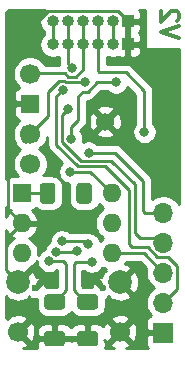
<source format=gbr>
%TF.GenerationSoftware,KiCad,Pcbnew,(5.1.9-0-10_14)*%
%TF.CreationDate,2021-04-20T11:58:30+01:00*%
%TF.ProjectId,Shelly,5368656c-6c79-42e6-9b69-6361645f7063,rev?*%
%TF.SameCoordinates,Original*%
%TF.FileFunction,Copper,L2,Bot*%
%TF.FilePolarity,Positive*%
%FSLAX46Y46*%
G04 Gerber Fmt 4.6, Leading zero omitted, Abs format (unit mm)*
G04 Created by KiCad (PCBNEW (5.1.9-0-10_14)) date 2021-04-20 11:58:30*
%MOMM*%
%LPD*%
G01*
G04 APERTURE LIST*
%TA.AperFunction,NonConductor*%
%ADD10C,0.300000*%
%TD*%
%TA.AperFunction,ComponentPad*%
%ADD11O,1.000000X1.000000*%
%TD*%
%TA.AperFunction,ComponentPad*%
%ADD12R,1.000000X1.000000*%
%TD*%
%TA.AperFunction,SMDPad,CuDef*%
%ADD13C,1.700000*%
%TD*%
%TA.AperFunction,ComponentPad*%
%ADD14R,1.524000X1.524000*%
%TD*%
%TA.AperFunction,ComponentPad*%
%ADD15O,1.600000X1.600000*%
%TD*%
%TA.AperFunction,ComponentPad*%
%ADD16R,1.600000X1.600000*%
%TD*%
%TA.AperFunction,ComponentPad*%
%ADD17C,1.700000*%
%TD*%
%TA.AperFunction,ComponentPad*%
%ADD18C,2.000000*%
%TD*%
%TA.AperFunction,ComponentPad*%
%ADD19C,0.600000*%
%TD*%
%TA.AperFunction,ComponentPad*%
%ADD20C,1.524000*%
%TD*%
%TA.AperFunction,ComponentPad*%
%ADD21O,1.700000X1.700000*%
%TD*%
%TA.AperFunction,ComponentPad*%
%ADD22R,1.700000X1.700000*%
%TD*%
%TA.AperFunction,ViaPad*%
%ADD23C,0.800000*%
%TD*%
%TA.AperFunction,Conductor*%
%ADD24C,0.250000*%
%TD*%
%TA.AperFunction,Conductor*%
%ADD25C,0.254000*%
%TD*%
%TA.AperFunction,Conductor*%
%ADD26C,0.100000*%
%TD*%
G04 APERTURE END LIST*
D10*
X185321428Y-62014285D02*
X183821428Y-61514285D01*
X185321428Y-61014285D01*
X185178571Y-60585714D02*
X185250000Y-60514285D01*
X185321428Y-60371428D01*
X185321428Y-60014285D01*
X185250000Y-59871428D01*
X185178571Y-59800000D01*
X185035714Y-59728571D01*
X184892857Y-59728571D01*
X184678571Y-59800000D01*
X183821428Y-60657142D01*
X183821428Y-59728571D01*
D11*
%TO.P,J3,6*%
%TO.N,TXD*%
X174650000Y-62600000D03*
%TO.P,J3,5*%
%TO.N,RXD*%
X175920000Y-62600000D03*
%TO.P,J3,4*%
%TO.N,+3V3*%
X177190000Y-62600000D03*
%TO.P,J3,3*%
%TO.N,RST*%
X178460000Y-62600000D03*
%TO.P,J3,2*%
%TO.N,GPIO0*%
X179730000Y-62600000D03*
D12*
%TO.P,J3,1*%
%TO.N,GND*%
X181000000Y-62600000D03*
%TD*%
D13*
%TO.P,M1,1*%
%TO.N,Net-(M1-Pad1)*%
X172730000Y-72700000D03*
%TO.P,M1,4*%
%TO.N,+3V3*%
X172730000Y-65080000D03*
D14*
%TO.P,M1,3*%
%TO.N,GND*%
X172730000Y-67620000D03*
D13*
%TO.P,M1,2*%
%TO.N,VBUS*%
X172730000Y-70160000D03*
%TD*%
D15*
%TO.P,U2,6*%
%TO.N,+3V3*%
X179620000Y-75200000D03*
%TO.P,U2,3*%
%TO.N,Net-(U2-Pad3)*%
X172000000Y-80280000D03*
%TO.P,U2,5*%
%TO.N,Net-(U2-Pad5)*%
X179620000Y-77740000D03*
%TO.P,U2,2*%
%TO.N,GND*%
X172000000Y-77740000D03*
%TO.P,U2,4*%
%TO.N,Net-(J1-Pad3)*%
X179620000Y-80280000D03*
D16*
%TO.P,U2,1*%
%TO.N,Net-(R6-Pad1)*%
X172000000Y-75200000D03*
%TD*%
%TO.P,R6,2*%
%TO.N,RST*%
%TA.AperFunction,SMDPad,CuDef*%
G36*
G01*
X176650000Y-75825000D02*
X176650000Y-74575000D01*
G75*
G02*
X176900000Y-74325000I250000J0D01*
G01*
X177700000Y-74325000D01*
G75*
G02*
X177950000Y-74575000I0J-250000D01*
G01*
X177950000Y-75825000D01*
G75*
G02*
X177700000Y-76075000I-250000J0D01*
G01*
X176900000Y-76075000D01*
G75*
G02*
X176650000Y-75825000I0J250000D01*
G01*
G37*
%TD.AperFunction*%
%TO.P,R6,1*%
%TO.N,Net-(R6-Pad1)*%
%TA.AperFunction,SMDPad,CuDef*%
G36*
G01*
X173550000Y-75825000D02*
X173550000Y-74575000D01*
G75*
G02*
X173800000Y-74325000I250000J0D01*
G01*
X174600000Y-74325000D01*
G75*
G02*
X174850000Y-74575000I0J-250000D01*
G01*
X174850000Y-75825000D01*
G75*
G02*
X174600000Y-76075000I-250000J0D01*
G01*
X173800000Y-76075000D01*
G75*
G02*
X173550000Y-75825000I0J250000D01*
G01*
G37*
%TD.AperFunction*%
%TD*%
D17*
%TO.P,J4,S1*%
%TO.N,GND*%
X180325000Y-86910000D03*
X171675000Y-86910000D03*
D18*
X180325000Y-82730000D03*
X171675000Y-82730000D03*
D19*
X178890000Y-83210000D03*
X173110000Y-83210000D03*
%TD*%
%TO.P,R1,2*%
%TO.N,GND*%
%TA.AperFunction,SMDPad,CuDef*%
G36*
G01*
X174175000Y-86850000D02*
X175425000Y-86850000D01*
G75*
G02*
X175675000Y-87100000I0J-250000D01*
G01*
X175675000Y-87900000D01*
G75*
G02*
X175425000Y-88150000I-250000J0D01*
G01*
X174175000Y-88150000D01*
G75*
G02*
X173925000Y-87900000I0J250000D01*
G01*
X173925000Y-87100000D01*
G75*
G02*
X174175000Y-86850000I250000J0D01*
G01*
G37*
%TD.AperFunction*%
%TO.P,R1,1*%
%TO.N,Net-(J4-PadA5)*%
%TA.AperFunction,SMDPad,CuDef*%
G36*
G01*
X174175000Y-83750000D02*
X175425000Y-83750000D01*
G75*
G02*
X175675000Y-84000000I0J-250000D01*
G01*
X175675000Y-84800000D01*
G75*
G02*
X175425000Y-85050000I-250000J0D01*
G01*
X174175000Y-85050000D01*
G75*
G02*
X173925000Y-84800000I0J250000D01*
G01*
X173925000Y-84000000D01*
G75*
G02*
X174175000Y-83750000I250000J0D01*
G01*
G37*
%TD.AperFunction*%
%TD*%
D20*
%TO.P,U1,21*%
%TO.N,GND*%
X179075000Y-69125000D03*
%TD*%
D11*
%TO.P,J2,6*%
%TO.N,TXD*%
X174650000Y-60630000D03*
%TO.P,J2,5*%
%TO.N,RXD*%
X175920000Y-60630000D03*
%TO.P,J2,4*%
%TO.N,+3V3*%
X177190000Y-60630000D03*
%TO.P,J2,3*%
%TO.N,RST*%
X178460000Y-60630000D03*
%TO.P,J2,2*%
%TO.N,GPIO0*%
X179730000Y-60630000D03*
D12*
%TO.P,J2,1*%
%TO.N,GND*%
X181000000Y-60630000D03*
%TD*%
D21*
%TO.P,J1,5*%
%TO.N,TXD*%
X184000000Y-76840000D03*
%TO.P,J1,4*%
%TO.N,RXD*%
X184000000Y-79380000D03*
%TO.P,J1,3*%
%TO.N,Net-(J1-Pad3)*%
X184000000Y-81920000D03*
%TO.P,J1,2*%
%TO.N,GPIO0*%
X184000000Y-84460000D03*
D22*
%TO.P,J1,1*%
%TO.N,GND*%
X184000000Y-87000000D03*
%TD*%
%TO.P,R2,2*%
%TO.N,Net-(J4-PadB5)*%
%TA.AperFunction,SMDPad,CuDef*%
G36*
G01*
X178225000Y-85050000D02*
X176975000Y-85050000D01*
G75*
G02*
X176725000Y-84800000I0J250000D01*
G01*
X176725000Y-84000000D01*
G75*
G02*
X176975000Y-83750000I250000J0D01*
G01*
X178225000Y-83750000D01*
G75*
G02*
X178475000Y-84000000I0J-250000D01*
G01*
X178475000Y-84800000D01*
G75*
G02*
X178225000Y-85050000I-250000J0D01*
G01*
G37*
%TD.AperFunction*%
%TO.P,R2,1*%
%TO.N,GND*%
%TA.AperFunction,SMDPad,CuDef*%
G36*
G01*
X178225000Y-88150000D02*
X176975000Y-88150000D01*
G75*
G02*
X176725000Y-87900000I0J250000D01*
G01*
X176725000Y-87100000D01*
G75*
G02*
X176975000Y-86850000I250000J0D01*
G01*
X178225000Y-86850000D01*
G75*
G02*
X178475000Y-87100000I0J-250000D01*
G01*
X178475000Y-87900000D01*
G75*
G02*
X178225000Y-88150000I-250000J0D01*
G01*
G37*
%TD.AperFunction*%
%TD*%
D23*
%TO.N,VBUS*%
X172400000Y-70600000D03*
X177414627Y-65760053D03*
%TO.N,RXD*%
X176262664Y-64600022D03*
X175925010Y-68023022D03*
%TO.N,+3V3*%
X172700000Y-65100000D03*
X176126430Y-73371832D03*
%TO.N,GPIO0*%
X175471626Y-66453105D03*
%TO.N,TXD*%
X177685520Y-71746810D03*
%TO.N,RST*%
X182400000Y-70000000D03*
X177300000Y-75200000D03*
%TO.N,Net-(C1-Pad1)*%
X176200000Y-70600000D03*
X180000000Y-65800000D03*
%TO.N,Net-(J4-PadA7)*%
X174944906Y-80143496D03*
X176720267Y-80115644D03*
%TO.N,Net-(J4-PadA6)*%
X175419742Y-79263409D03*
X177667839Y-79516597D03*
%TO.N,Net-(J4-PadA5)*%
X174325010Y-80928195D03*
%TO.N,Net-(J4-PadB5)*%
X177943454Y-80990780D03*
%TD*%
D24*
%TO.N,GND*%
X171254999Y-62803999D02*
X171254999Y-67454999D01*
X174253999Y-59804999D02*
X171254999Y-62803999D01*
X180174999Y-59804999D02*
X174253999Y-59804999D01*
X181000000Y-60630000D02*
X180174999Y-59804999D01*
X171420000Y-67620000D02*
X172730000Y-67620000D01*
X171254999Y-67454999D02*
X171420000Y-67620000D01*
X172730000Y-67620000D02*
X171380000Y-67620000D01*
X170874999Y-76614999D02*
X172000000Y-77740000D01*
X170874999Y-68125001D02*
X170874999Y-76614999D01*
X171380000Y-67620000D02*
X170874999Y-68125001D01*
X170675001Y-81730001D02*
X171675000Y-82730000D01*
X170675001Y-79064999D02*
X170675001Y-81730001D01*
X172000000Y-77740000D02*
X170675001Y-79064999D01*
%TO.N,VBUS*%
X172730000Y-70160000D02*
X174199978Y-68690022D01*
X174199978Y-68690022D02*
X174199978Y-66601698D01*
X174199978Y-66601698D02*
X175152559Y-65649117D01*
X175602344Y-65649117D02*
X175728262Y-65775035D01*
X175728262Y-65775035D02*
X177399645Y-65775035D01*
X177399645Y-65775035D02*
X177414627Y-65760053D01*
X175152559Y-65649117D02*
X175602344Y-65649117D01*
%TO.N,RXD*%
X175920000Y-60630000D02*
X175920000Y-62600000D01*
X175920000Y-64257358D02*
X176262664Y-64600022D01*
X175920000Y-62600000D02*
X175920000Y-64257358D01*
X183620000Y-79000000D02*
X184000000Y-79380000D01*
X182000000Y-79000000D02*
X183620000Y-79000000D01*
X181564402Y-74435598D02*
X181564402Y-78564402D01*
X175400000Y-70872781D02*
X176999029Y-72471810D01*
X181564402Y-78564402D02*
X182000000Y-79000000D01*
X175400000Y-68600000D02*
X175400000Y-70872781D01*
X175925010Y-68074990D02*
X175400000Y-68600000D01*
X179600614Y-72471810D02*
X181564402Y-74435598D01*
X176999029Y-72471810D02*
X179600614Y-72471810D01*
X175925010Y-68023022D02*
X175925010Y-68074990D01*
%TO.N,+3V3*%
X177791832Y-73371832D02*
X179620000Y-75200000D01*
X176126430Y-73371832D02*
X177791832Y-73371832D01*
X177190000Y-60630000D02*
X177190000Y-62600000D01*
X177190000Y-64708324D02*
X177190000Y-62600000D01*
X176573300Y-65325024D02*
X177190000Y-64708324D01*
X175914662Y-65325024D02*
X176573300Y-65325024D01*
X175644819Y-65055181D02*
X172754819Y-65055181D01*
X172754819Y-65055181D02*
X172730000Y-65080000D01*
X175644819Y-65055181D02*
X175914662Y-65325024D01*
%TO.N,GPIO0*%
X179730000Y-60630000D02*
X179730000Y-62600000D01*
X184000000Y-84460000D02*
X185175001Y-83284999D01*
X183495612Y-80555001D02*
X182670305Y-79729695D01*
X185175001Y-83284999D02*
X185175001Y-81355999D01*
X185175001Y-81355999D02*
X184374003Y-80555001D01*
X182670305Y-79729695D02*
X181329695Y-79729695D01*
X184374003Y-80555001D02*
X183495612Y-80555001D01*
X181081795Y-79481795D02*
X181081795Y-74918205D01*
X181329695Y-79729695D02*
X181081795Y-79481795D01*
X181081795Y-74918205D02*
X179085411Y-72921821D01*
X174949989Y-66974742D02*
X175471626Y-66453105D01*
X179085411Y-72921821D02*
X176785429Y-72921821D01*
X176785429Y-72921821D02*
X174949989Y-71086381D01*
X174949989Y-71086381D02*
X174949989Y-66974742D01*
%TO.N,TXD*%
X179873806Y-71746810D02*
X177685520Y-71746810D01*
X182263498Y-74136502D02*
X182263498Y-76663498D01*
X182263498Y-74136502D02*
X179873806Y-71746810D01*
X182440000Y-76840000D02*
X184000000Y-76840000D01*
X182263498Y-76663498D02*
X182440000Y-76840000D01*
X174650000Y-60630000D02*
X174650000Y-62600000D01*
%TO.N,RST*%
X178460000Y-60630000D02*
X178460000Y-62600000D01*
X182400000Y-70000000D02*
X182400000Y-66540000D01*
X178460000Y-62600000D02*
X178460000Y-64860000D01*
X178570000Y-64970000D02*
X180830000Y-64970000D01*
X178460000Y-64860000D02*
X178570000Y-64970000D01*
X182400000Y-66540000D02*
X180830000Y-64970000D01*
%TO.N,Net-(C1-Pad1)*%
X176200000Y-70600000D02*
X176200000Y-69600000D01*
X176800000Y-69000000D02*
X176800000Y-67000000D01*
X176200000Y-69600000D02*
X176800000Y-69000000D01*
X176800000Y-67000000D02*
X177200000Y-66600000D01*
X177200000Y-66600000D02*
X177600000Y-66600000D01*
X178400000Y-65800000D02*
X180000000Y-65800000D01*
X177600000Y-66600000D02*
X178400000Y-65800000D01*
%TO.N,Net-(J4-PadA7)*%
X174944906Y-80143496D02*
X176692415Y-80143496D01*
X176692415Y-80143496D02*
X176720267Y-80115644D01*
%TO.N,Net-(J4-PadA6)*%
X177414651Y-79263409D02*
X177667839Y-79516597D01*
X175419742Y-79263409D02*
X177414651Y-79263409D01*
%TO.N,Net-(J4-PadA5)*%
X175800000Y-81200000D02*
X175800000Y-83400000D01*
X175800000Y-83400000D02*
X174800000Y-84400000D01*
X175528195Y-80928195D02*
X175800000Y-81200000D01*
X174325010Y-80928195D02*
X175528195Y-80928195D01*
%TO.N,Net-(J4-PadB5)*%
X177943454Y-84343454D02*
X178000000Y-84400000D01*
X176400000Y-83400000D02*
X177400000Y-84400000D01*
X177400000Y-84400000D02*
X177600000Y-84400000D01*
X176400000Y-81200000D02*
X176400000Y-83400000D01*
X176609220Y-80990780D02*
X176400000Y-81200000D01*
X177943454Y-80990780D02*
X176609220Y-80990780D01*
%TO.N,Net-(J1-Pad3)*%
X182360000Y-80280000D02*
X179620000Y-80280000D01*
X184000000Y-81920000D02*
X182360000Y-80280000D01*
%TO.N,Net-(R6-Pad1)*%
X172000000Y-75200000D02*
X174200000Y-75200000D01*
%TD*%
D25*
%TO.N,GND*%
X182558791Y-81553592D02*
X182515000Y-81773740D01*
X182515000Y-82066260D01*
X182572068Y-82353158D01*
X182684010Y-82623411D01*
X182846525Y-82866632D01*
X183053368Y-83073475D01*
X183227760Y-83190000D01*
X183053368Y-83306525D01*
X182846525Y-83513368D01*
X182684010Y-83756589D01*
X182572068Y-84026842D01*
X182515000Y-84313740D01*
X182515000Y-84606260D01*
X182572068Y-84893158D01*
X182684010Y-85163411D01*
X182846525Y-85406632D01*
X182978380Y-85538487D01*
X182905820Y-85560498D01*
X182795506Y-85619463D01*
X182698815Y-85698815D01*
X182619463Y-85795506D01*
X182560498Y-85905820D01*
X182524188Y-86025518D01*
X182511928Y-86150000D01*
X182515000Y-86714250D01*
X182673750Y-86873000D01*
X183873000Y-86873000D01*
X183873000Y-86853000D01*
X184127000Y-86853000D01*
X184127000Y-86873000D01*
X184147000Y-86873000D01*
X184147000Y-87127000D01*
X184127000Y-87127000D01*
X184127000Y-87147000D01*
X183873000Y-87147000D01*
X183873000Y-87127000D01*
X182673750Y-87127000D01*
X182515000Y-87285750D01*
X182511928Y-87850000D01*
X182524188Y-87974482D01*
X182560498Y-88094180D01*
X182619463Y-88204494D01*
X182698815Y-88301185D01*
X182715649Y-88315000D01*
X180806089Y-88315000D01*
X180958747Y-88260919D01*
X181096157Y-88187472D01*
X181173792Y-87938397D01*
X180325000Y-87089605D01*
X179476208Y-87938397D01*
X179553843Y-88187472D01*
X179817883Y-88313371D01*
X179824301Y-88315000D01*
X179088521Y-88315000D01*
X179100812Y-88274482D01*
X179113072Y-88150000D01*
X179110000Y-87785750D01*
X178951252Y-87627002D01*
X179018582Y-87627002D01*
X179047528Y-87681157D01*
X179296603Y-87758792D01*
X180145395Y-86910000D01*
X180504605Y-86910000D01*
X181353397Y-87758792D01*
X181602472Y-87681157D01*
X181728371Y-87417117D01*
X181800339Y-87133589D01*
X181815611Y-86841469D01*
X181773599Y-86551981D01*
X181675919Y-86276253D01*
X181602472Y-86138843D01*
X181353397Y-86061208D01*
X180504605Y-86910000D01*
X180145395Y-86910000D01*
X179296603Y-86061208D01*
X179047528Y-86138843D01*
X178924305Y-86397272D01*
X178829494Y-86319463D01*
X178719180Y-86260498D01*
X178599482Y-86224188D01*
X178475000Y-86211928D01*
X177885750Y-86215000D01*
X177727000Y-86373750D01*
X177727000Y-87373000D01*
X177747000Y-87373000D01*
X177747000Y-87627000D01*
X177727000Y-87627000D01*
X177727000Y-87647000D01*
X177473000Y-87647000D01*
X177473000Y-87627000D01*
X176248750Y-87627000D01*
X176200000Y-87675750D01*
X176151250Y-87627000D01*
X174927000Y-87627000D01*
X174927000Y-87647000D01*
X174673000Y-87647000D01*
X174673000Y-87627000D01*
X173448750Y-87627000D01*
X173290000Y-87785750D01*
X173286928Y-88150000D01*
X173299188Y-88274482D01*
X173311479Y-88315000D01*
X172156089Y-88315000D01*
X172308747Y-88260919D01*
X172446157Y-88187472D01*
X172523792Y-87938397D01*
X171675000Y-87089605D01*
X171660858Y-87103748D01*
X171481253Y-86924143D01*
X171495395Y-86910000D01*
X171854605Y-86910000D01*
X172703397Y-87758792D01*
X172952472Y-87681157D01*
X173078371Y-87417117D01*
X173150339Y-87133589D01*
X173165165Y-86850000D01*
X173286928Y-86850000D01*
X173290000Y-87214250D01*
X173448750Y-87373000D01*
X174673000Y-87373000D01*
X174673000Y-86373750D01*
X174927000Y-86373750D01*
X174927000Y-87373000D01*
X176151250Y-87373000D01*
X176200000Y-87324250D01*
X176248750Y-87373000D01*
X177473000Y-87373000D01*
X177473000Y-86373750D01*
X177314250Y-86215000D01*
X176725000Y-86211928D01*
X176600518Y-86224188D01*
X176480820Y-86260498D01*
X176370506Y-86319463D01*
X176273815Y-86398815D01*
X176200000Y-86488759D01*
X176126185Y-86398815D01*
X176029494Y-86319463D01*
X175919180Y-86260498D01*
X175799482Y-86224188D01*
X175675000Y-86211928D01*
X175085750Y-86215000D01*
X174927000Y-86373750D01*
X174673000Y-86373750D01*
X174514250Y-86215000D01*
X173925000Y-86211928D01*
X173800518Y-86224188D01*
X173680820Y-86260498D01*
X173570506Y-86319463D01*
X173473815Y-86398815D01*
X173394463Y-86495506D01*
X173335498Y-86605820D01*
X173299188Y-86725518D01*
X173286928Y-86850000D01*
X173165165Y-86850000D01*
X173165611Y-86841469D01*
X173123599Y-86551981D01*
X173025919Y-86276253D01*
X172952472Y-86138843D01*
X172703397Y-86061208D01*
X171854605Y-86910000D01*
X171495395Y-86910000D01*
X171481253Y-86895858D01*
X171660858Y-86716253D01*
X171675000Y-86730395D01*
X172523792Y-85881603D01*
X179476208Y-85881603D01*
X180325000Y-86730395D01*
X181173792Y-85881603D01*
X181096157Y-85632528D01*
X180832117Y-85506629D01*
X180548589Y-85434661D01*
X180256469Y-85419389D01*
X179966981Y-85461401D01*
X179691253Y-85559081D01*
X179553843Y-85632528D01*
X179476208Y-85881603D01*
X172523792Y-85881603D01*
X172446157Y-85632528D01*
X172182117Y-85506629D01*
X171898589Y-85434661D01*
X171606469Y-85419389D01*
X171316981Y-85461401D01*
X171041253Y-85559081D01*
X170903843Y-85632528D01*
X170826209Y-85881601D01*
X170710104Y-85765496D01*
X170685000Y-85790600D01*
X170685000Y-83899608D01*
X170719193Y-83865415D01*
X170814956Y-84129814D01*
X171104571Y-84270704D01*
X171416108Y-84352384D01*
X171737595Y-84371718D01*
X172056675Y-84327961D01*
X172361088Y-84222795D01*
X172535044Y-84129814D01*
X172628885Y-83870723D01*
X172632500Y-83867108D01*
X172657660Y-83892268D01*
X172665575Y-84037763D01*
X172835603Y-84108562D01*
X173016176Y-84144828D01*
X173200355Y-84145171D01*
X173286928Y-84128117D01*
X173286928Y-84800000D01*
X173303992Y-84973254D01*
X173354528Y-85139850D01*
X173436595Y-85293386D01*
X173547038Y-85427962D01*
X173681614Y-85538405D01*
X173835150Y-85620472D01*
X174001746Y-85671008D01*
X174175000Y-85688072D01*
X175425000Y-85688072D01*
X175598254Y-85671008D01*
X175764850Y-85620472D01*
X175918386Y-85538405D01*
X176052962Y-85427962D01*
X176163405Y-85293386D01*
X176200000Y-85224922D01*
X176236595Y-85293386D01*
X176347038Y-85427962D01*
X176481614Y-85538405D01*
X176635150Y-85620472D01*
X176801746Y-85671008D01*
X176975000Y-85688072D01*
X178225000Y-85688072D01*
X178398254Y-85671008D01*
X178564850Y-85620472D01*
X178718386Y-85538405D01*
X178852962Y-85427962D01*
X178963405Y-85293386D01*
X179045472Y-85139850D01*
X179096008Y-84973254D01*
X179113072Y-84800000D01*
X179113072Y-84119027D01*
X179161061Y-84109574D01*
X179331351Y-84039408D01*
X179334425Y-84037763D01*
X179342340Y-83892268D01*
X179367500Y-83867108D01*
X179371115Y-83870723D01*
X179464956Y-84129814D01*
X179754571Y-84270704D01*
X180066108Y-84352384D01*
X180387595Y-84371718D01*
X180706675Y-84327961D01*
X181011088Y-84222795D01*
X181185044Y-84129814D01*
X181280808Y-83865413D01*
X180325000Y-82909605D01*
X180310858Y-82923748D01*
X180131253Y-82744143D01*
X180145395Y-82730000D01*
X180504605Y-82730000D01*
X181460413Y-83685808D01*
X181724814Y-83590044D01*
X181865704Y-83300429D01*
X181947384Y-82988892D01*
X181966718Y-82667405D01*
X181922961Y-82348325D01*
X181817795Y-82043912D01*
X181724814Y-81869956D01*
X181460413Y-81774192D01*
X180504605Y-82730000D01*
X180145395Y-82730000D01*
X180131253Y-82715858D01*
X180310858Y-82536253D01*
X180325000Y-82550395D01*
X181280808Y-81594587D01*
X181185044Y-81330186D01*
X180895429Y-81189296D01*
X180761712Y-81154238D01*
X180838043Y-81040000D01*
X182045199Y-81040000D01*
X182558791Y-81553592D01*
%TA.AperFunction,Conductor*%
D26*
G36*
X182558791Y-81553592D02*
G01*
X182515000Y-81773740D01*
X182515000Y-82066260D01*
X182572068Y-82353158D01*
X182684010Y-82623411D01*
X182846525Y-82866632D01*
X183053368Y-83073475D01*
X183227760Y-83190000D01*
X183053368Y-83306525D01*
X182846525Y-83513368D01*
X182684010Y-83756589D01*
X182572068Y-84026842D01*
X182515000Y-84313740D01*
X182515000Y-84606260D01*
X182572068Y-84893158D01*
X182684010Y-85163411D01*
X182846525Y-85406632D01*
X182978380Y-85538487D01*
X182905820Y-85560498D01*
X182795506Y-85619463D01*
X182698815Y-85698815D01*
X182619463Y-85795506D01*
X182560498Y-85905820D01*
X182524188Y-86025518D01*
X182511928Y-86150000D01*
X182515000Y-86714250D01*
X182673750Y-86873000D01*
X183873000Y-86873000D01*
X183873000Y-86853000D01*
X184127000Y-86853000D01*
X184127000Y-86873000D01*
X184147000Y-86873000D01*
X184147000Y-87127000D01*
X184127000Y-87127000D01*
X184127000Y-87147000D01*
X183873000Y-87147000D01*
X183873000Y-87127000D01*
X182673750Y-87127000D01*
X182515000Y-87285750D01*
X182511928Y-87850000D01*
X182524188Y-87974482D01*
X182560498Y-88094180D01*
X182619463Y-88204494D01*
X182698815Y-88301185D01*
X182715649Y-88315000D01*
X180806089Y-88315000D01*
X180958747Y-88260919D01*
X181096157Y-88187472D01*
X181173792Y-87938397D01*
X180325000Y-87089605D01*
X179476208Y-87938397D01*
X179553843Y-88187472D01*
X179817883Y-88313371D01*
X179824301Y-88315000D01*
X179088521Y-88315000D01*
X179100812Y-88274482D01*
X179113072Y-88150000D01*
X179110000Y-87785750D01*
X178951252Y-87627002D01*
X179018582Y-87627002D01*
X179047528Y-87681157D01*
X179296603Y-87758792D01*
X180145395Y-86910000D01*
X180504605Y-86910000D01*
X181353397Y-87758792D01*
X181602472Y-87681157D01*
X181728371Y-87417117D01*
X181800339Y-87133589D01*
X181815611Y-86841469D01*
X181773599Y-86551981D01*
X181675919Y-86276253D01*
X181602472Y-86138843D01*
X181353397Y-86061208D01*
X180504605Y-86910000D01*
X180145395Y-86910000D01*
X179296603Y-86061208D01*
X179047528Y-86138843D01*
X178924305Y-86397272D01*
X178829494Y-86319463D01*
X178719180Y-86260498D01*
X178599482Y-86224188D01*
X178475000Y-86211928D01*
X177885750Y-86215000D01*
X177727000Y-86373750D01*
X177727000Y-87373000D01*
X177747000Y-87373000D01*
X177747000Y-87627000D01*
X177727000Y-87627000D01*
X177727000Y-87647000D01*
X177473000Y-87647000D01*
X177473000Y-87627000D01*
X176248750Y-87627000D01*
X176200000Y-87675750D01*
X176151250Y-87627000D01*
X174927000Y-87627000D01*
X174927000Y-87647000D01*
X174673000Y-87647000D01*
X174673000Y-87627000D01*
X173448750Y-87627000D01*
X173290000Y-87785750D01*
X173286928Y-88150000D01*
X173299188Y-88274482D01*
X173311479Y-88315000D01*
X172156089Y-88315000D01*
X172308747Y-88260919D01*
X172446157Y-88187472D01*
X172523792Y-87938397D01*
X171675000Y-87089605D01*
X171660858Y-87103748D01*
X171481253Y-86924143D01*
X171495395Y-86910000D01*
X171854605Y-86910000D01*
X172703397Y-87758792D01*
X172952472Y-87681157D01*
X173078371Y-87417117D01*
X173150339Y-87133589D01*
X173165165Y-86850000D01*
X173286928Y-86850000D01*
X173290000Y-87214250D01*
X173448750Y-87373000D01*
X174673000Y-87373000D01*
X174673000Y-86373750D01*
X174927000Y-86373750D01*
X174927000Y-87373000D01*
X176151250Y-87373000D01*
X176200000Y-87324250D01*
X176248750Y-87373000D01*
X177473000Y-87373000D01*
X177473000Y-86373750D01*
X177314250Y-86215000D01*
X176725000Y-86211928D01*
X176600518Y-86224188D01*
X176480820Y-86260498D01*
X176370506Y-86319463D01*
X176273815Y-86398815D01*
X176200000Y-86488759D01*
X176126185Y-86398815D01*
X176029494Y-86319463D01*
X175919180Y-86260498D01*
X175799482Y-86224188D01*
X175675000Y-86211928D01*
X175085750Y-86215000D01*
X174927000Y-86373750D01*
X174673000Y-86373750D01*
X174514250Y-86215000D01*
X173925000Y-86211928D01*
X173800518Y-86224188D01*
X173680820Y-86260498D01*
X173570506Y-86319463D01*
X173473815Y-86398815D01*
X173394463Y-86495506D01*
X173335498Y-86605820D01*
X173299188Y-86725518D01*
X173286928Y-86850000D01*
X173165165Y-86850000D01*
X173165611Y-86841469D01*
X173123599Y-86551981D01*
X173025919Y-86276253D01*
X172952472Y-86138843D01*
X172703397Y-86061208D01*
X171854605Y-86910000D01*
X171495395Y-86910000D01*
X171481253Y-86895858D01*
X171660858Y-86716253D01*
X171675000Y-86730395D01*
X172523792Y-85881603D01*
X179476208Y-85881603D01*
X180325000Y-86730395D01*
X181173792Y-85881603D01*
X181096157Y-85632528D01*
X180832117Y-85506629D01*
X180548589Y-85434661D01*
X180256469Y-85419389D01*
X179966981Y-85461401D01*
X179691253Y-85559081D01*
X179553843Y-85632528D01*
X179476208Y-85881603D01*
X172523792Y-85881603D01*
X172446157Y-85632528D01*
X172182117Y-85506629D01*
X171898589Y-85434661D01*
X171606469Y-85419389D01*
X171316981Y-85461401D01*
X171041253Y-85559081D01*
X170903843Y-85632528D01*
X170826209Y-85881601D01*
X170710104Y-85765496D01*
X170685000Y-85790600D01*
X170685000Y-83899608D01*
X170719193Y-83865415D01*
X170814956Y-84129814D01*
X171104571Y-84270704D01*
X171416108Y-84352384D01*
X171737595Y-84371718D01*
X172056675Y-84327961D01*
X172361088Y-84222795D01*
X172535044Y-84129814D01*
X172628885Y-83870723D01*
X172632500Y-83867108D01*
X172657660Y-83892268D01*
X172665575Y-84037763D01*
X172835603Y-84108562D01*
X173016176Y-84144828D01*
X173200355Y-84145171D01*
X173286928Y-84128117D01*
X173286928Y-84800000D01*
X173303992Y-84973254D01*
X173354528Y-85139850D01*
X173436595Y-85293386D01*
X173547038Y-85427962D01*
X173681614Y-85538405D01*
X173835150Y-85620472D01*
X174001746Y-85671008D01*
X174175000Y-85688072D01*
X175425000Y-85688072D01*
X175598254Y-85671008D01*
X175764850Y-85620472D01*
X175918386Y-85538405D01*
X176052962Y-85427962D01*
X176163405Y-85293386D01*
X176200000Y-85224922D01*
X176236595Y-85293386D01*
X176347038Y-85427962D01*
X176481614Y-85538405D01*
X176635150Y-85620472D01*
X176801746Y-85671008D01*
X176975000Y-85688072D01*
X178225000Y-85688072D01*
X178398254Y-85671008D01*
X178564850Y-85620472D01*
X178718386Y-85538405D01*
X178852962Y-85427962D01*
X178963405Y-85293386D01*
X179045472Y-85139850D01*
X179096008Y-84973254D01*
X179113072Y-84800000D01*
X179113072Y-84119027D01*
X179161061Y-84109574D01*
X179331351Y-84039408D01*
X179334425Y-84037763D01*
X179342340Y-83892268D01*
X179367500Y-83867108D01*
X179371115Y-83870723D01*
X179464956Y-84129814D01*
X179754571Y-84270704D01*
X180066108Y-84352384D01*
X180387595Y-84371718D01*
X180706675Y-84327961D01*
X181011088Y-84222795D01*
X181185044Y-84129814D01*
X181280808Y-83865413D01*
X180325000Y-82909605D01*
X180310858Y-82923748D01*
X180131253Y-82744143D01*
X180145395Y-82730000D01*
X180504605Y-82730000D01*
X181460413Y-83685808D01*
X181724814Y-83590044D01*
X181865704Y-83300429D01*
X181947384Y-82988892D01*
X181966718Y-82667405D01*
X181922961Y-82348325D01*
X181817795Y-82043912D01*
X181724814Y-81869956D01*
X181460413Y-81774192D01*
X180504605Y-82730000D01*
X180145395Y-82730000D01*
X180131253Y-82715858D01*
X180310858Y-82536253D01*
X180325000Y-82550395D01*
X181280808Y-81594587D01*
X181185044Y-81330186D01*
X180895429Y-81189296D01*
X180761712Y-81154238D01*
X180838043Y-81040000D01*
X182045199Y-81040000D01*
X182558791Y-81553592D01*
G37*
%TD.AperFunction*%
D25*
X178940273Y-81551680D02*
X179110324Y-81622118D01*
X179073917Y-81658525D01*
X179189585Y-81774193D01*
X178925186Y-81869956D01*
X178784296Y-82159571D01*
X178751596Y-82284294D01*
X178618939Y-82310426D01*
X178448649Y-82380592D01*
X178445575Y-82382237D01*
X178435064Y-82575459D01*
X178688222Y-82828617D01*
X178727039Y-83111675D01*
X178802651Y-83330541D01*
X178696253Y-83224143D01*
X178710395Y-83210000D01*
X178255459Y-82755064D01*
X178062237Y-82765575D01*
X177991438Y-82935603D01*
X177956025Y-83111928D01*
X177186729Y-83111928D01*
X177160000Y-83085199D01*
X177160000Y-81750780D01*
X177239743Y-81750780D01*
X177283680Y-81794717D01*
X177453198Y-81907985D01*
X177641556Y-81986006D01*
X177841515Y-82025780D01*
X178045393Y-82025780D01*
X178245352Y-81986006D01*
X178433710Y-81907985D01*
X178603228Y-81794717D01*
X178747391Y-81650554D01*
X178852599Y-81493098D01*
X178940273Y-81551680D01*
%TA.AperFunction,Conductor*%
D26*
G36*
X178940273Y-81551680D02*
G01*
X179110324Y-81622118D01*
X179073917Y-81658525D01*
X179189585Y-81774193D01*
X178925186Y-81869956D01*
X178784296Y-82159571D01*
X178751596Y-82284294D01*
X178618939Y-82310426D01*
X178448649Y-82380592D01*
X178445575Y-82382237D01*
X178435064Y-82575459D01*
X178688222Y-82828617D01*
X178727039Y-83111675D01*
X178802651Y-83330541D01*
X178696253Y-83224143D01*
X178710395Y-83210000D01*
X178255459Y-82755064D01*
X178062237Y-82765575D01*
X177991438Y-82935603D01*
X177956025Y-83111928D01*
X177186729Y-83111928D01*
X177160000Y-83085199D01*
X177160000Y-81750780D01*
X177239743Y-81750780D01*
X177283680Y-81794717D01*
X177453198Y-81907985D01*
X177641556Y-81986006D01*
X177841515Y-82025780D01*
X178045393Y-82025780D01*
X178245352Y-81986006D01*
X178433710Y-81907985D01*
X178603228Y-81794717D01*
X178747391Y-81650554D01*
X178852599Y-81493098D01*
X178940273Y-81551680D01*
G37*
%TD.AperFunction*%
D25*
X173290010Y-81030134D02*
X173329784Y-81230093D01*
X173407805Y-81418451D01*
X173521073Y-81587969D01*
X173665236Y-81732132D01*
X173834754Y-81845400D01*
X174023112Y-81923421D01*
X174223071Y-81963195D01*
X174426949Y-81963195D01*
X174626908Y-81923421D01*
X174815266Y-81845400D01*
X174984784Y-81732132D01*
X175028721Y-81688195D01*
X175040000Y-81688195D01*
X175040001Y-83085197D01*
X175013270Y-83111928D01*
X174175000Y-83111928D01*
X174045162Y-83124716D01*
X174045171Y-83119645D01*
X174009574Y-82938939D01*
X173939408Y-82768649D01*
X173937763Y-82765575D01*
X173744541Y-82755064D01*
X173289605Y-83210000D01*
X173303748Y-83224143D01*
X173204566Y-83323324D01*
X173215704Y-83300429D01*
X173297384Y-82988892D01*
X173306719Y-82833676D01*
X173564936Y-82575459D01*
X173554425Y-82382237D01*
X173384397Y-82311438D01*
X173250959Y-82284639D01*
X173167795Y-82043912D01*
X173074814Y-81869956D01*
X172810413Y-81774192D01*
X171854605Y-82730000D01*
X171868748Y-82744143D01*
X171689143Y-82923748D01*
X171675000Y-82909605D01*
X171660858Y-82923748D01*
X171481253Y-82744143D01*
X171495395Y-82730000D01*
X171481253Y-82715858D01*
X171660858Y-82536253D01*
X171675000Y-82550395D01*
X172630808Y-81594587D01*
X172623676Y-81574897D01*
X172679727Y-81551680D01*
X172914759Y-81394637D01*
X173114637Y-81194759D01*
X173271680Y-80959727D01*
X173290010Y-80915474D01*
X173290010Y-81030134D01*
%TA.AperFunction,Conductor*%
D26*
G36*
X173290010Y-81030134D02*
G01*
X173329784Y-81230093D01*
X173407805Y-81418451D01*
X173521073Y-81587969D01*
X173665236Y-81732132D01*
X173834754Y-81845400D01*
X174023112Y-81923421D01*
X174223071Y-81963195D01*
X174426949Y-81963195D01*
X174626908Y-81923421D01*
X174815266Y-81845400D01*
X174984784Y-81732132D01*
X175028721Y-81688195D01*
X175040000Y-81688195D01*
X175040001Y-83085197D01*
X175013270Y-83111928D01*
X174175000Y-83111928D01*
X174045162Y-83124716D01*
X174045171Y-83119645D01*
X174009574Y-82938939D01*
X173939408Y-82768649D01*
X173937763Y-82765575D01*
X173744541Y-82755064D01*
X173289605Y-83210000D01*
X173303748Y-83224143D01*
X173204566Y-83323324D01*
X173215704Y-83300429D01*
X173297384Y-82988892D01*
X173306719Y-82833676D01*
X173564936Y-82575459D01*
X173554425Y-82382237D01*
X173384397Y-82311438D01*
X173250959Y-82284639D01*
X173167795Y-82043912D01*
X173074814Y-81869956D01*
X172810413Y-81774192D01*
X171854605Y-82730000D01*
X171868748Y-82744143D01*
X171689143Y-82923748D01*
X171675000Y-82909605D01*
X171660858Y-82923748D01*
X171481253Y-82744143D01*
X171495395Y-82730000D01*
X171481253Y-82715858D01*
X171660858Y-82536253D01*
X171675000Y-82550395D01*
X172630808Y-81594587D01*
X172623676Y-81574897D01*
X172679727Y-81551680D01*
X172914759Y-81394637D01*
X173114637Y-81194759D01*
X173271680Y-80959727D01*
X173290010Y-80915474D01*
X173290010Y-81030134D01*
G37*
%TD.AperFunction*%
D25*
X174189989Y-71049058D02*
X174186313Y-71086381D01*
X174189989Y-71123703D01*
X174189989Y-71123713D01*
X174200986Y-71235366D01*
X174222275Y-71305546D01*
X174244443Y-71378627D01*
X174315015Y-71510657D01*
X174354860Y-71559207D01*
X174409988Y-71626382D01*
X174438992Y-71650185D01*
X175411679Y-72622872D01*
X175322493Y-72712058D01*
X175209225Y-72881576D01*
X175131204Y-73069934D01*
X175091430Y-73269893D01*
X175091430Y-73473771D01*
X175131204Y-73673730D01*
X175209225Y-73862088D01*
X175322493Y-74031606D01*
X175466656Y-74175769D01*
X175636174Y-74289037D01*
X175824532Y-74367058D01*
X176024491Y-74406832D01*
X176028491Y-74406832D01*
X176011928Y-74575000D01*
X176011928Y-75825000D01*
X176028992Y-75998254D01*
X176079528Y-76164850D01*
X176161595Y-76318386D01*
X176272038Y-76452962D01*
X176406614Y-76563405D01*
X176560150Y-76645472D01*
X176726746Y-76696008D01*
X176900000Y-76713072D01*
X177700000Y-76713072D01*
X177873254Y-76696008D01*
X178039850Y-76645472D01*
X178193386Y-76563405D01*
X178327962Y-76452962D01*
X178438405Y-76318386D01*
X178520472Y-76164850D01*
X178528614Y-76138010D01*
X178705241Y-76314637D01*
X178937759Y-76470000D01*
X178705241Y-76625363D01*
X178505363Y-76825241D01*
X178348320Y-77060273D01*
X178240147Y-77321426D01*
X178185000Y-77598665D01*
X178185000Y-77881335D01*
X178240147Y-78158574D01*
X178348320Y-78419727D01*
X178505363Y-78654759D01*
X178705241Y-78854637D01*
X178937759Y-79010000D01*
X178705241Y-79165363D01*
X178660968Y-79209636D01*
X178585044Y-79026341D01*
X178471776Y-78856823D01*
X178327613Y-78712660D01*
X178158095Y-78599392D01*
X177969737Y-78521371D01*
X177769778Y-78481597D01*
X177565900Y-78481597D01*
X177454832Y-78503690D01*
X177451984Y-78503409D01*
X177451973Y-78503409D01*
X177414651Y-78499733D01*
X177377329Y-78503409D01*
X176123453Y-78503409D01*
X176079516Y-78459472D01*
X175909998Y-78346204D01*
X175721640Y-78268183D01*
X175521681Y-78228409D01*
X175317803Y-78228409D01*
X175117844Y-78268183D01*
X174929486Y-78346204D01*
X174759968Y-78459472D01*
X174615805Y-78603635D01*
X174502537Y-78773153D01*
X174424516Y-78961511D01*
X174384742Y-79161470D01*
X174384742Y-79273002D01*
X174285132Y-79339559D01*
X174140969Y-79483722D01*
X174027701Y-79653240D01*
X173949680Y-79841598D01*
X173923280Y-79974321D01*
X173834754Y-80010990D01*
X173665236Y-80124258D01*
X173521073Y-80268421D01*
X173435000Y-80397239D01*
X173435000Y-80138665D01*
X173379853Y-79861426D01*
X173271680Y-79600273D01*
X173114637Y-79365241D01*
X172914759Y-79165363D01*
X172679727Y-79008320D01*
X172669135Y-79003933D01*
X172855131Y-78892385D01*
X173063519Y-78703414D01*
X173231037Y-78477420D01*
X173351246Y-78223087D01*
X173391904Y-78089039D01*
X173269915Y-77867000D01*
X172127000Y-77867000D01*
X172127000Y-77887000D01*
X171873000Y-77887000D01*
X171873000Y-77867000D01*
X171853000Y-77867000D01*
X171853000Y-77613000D01*
X171873000Y-77613000D01*
X171873000Y-77593000D01*
X172127000Y-77593000D01*
X172127000Y-77613000D01*
X173269915Y-77613000D01*
X173391904Y-77390961D01*
X173351246Y-77256913D01*
X173231037Y-77002580D01*
X173063519Y-76776586D01*
X172899920Y-76628231D01*
X172924482Y-76625812D01*
X173044180Y-76589502D01*
X173154494Y-76530537D01*
X173210529Y-76484550D01*
X173306614Y-76563405D01*
X173460150Y-76645472D01*
X173626746Y-76696008D01*
X173800000Y-76713072D01*
X174600000Y-76713072D01*
X174773254Y-76696008D01*
X174939850Y-76645472D01*
X175093386Y-76563405D01*
X175227962Y-76452962D01*
X175338405Y-76318386D01*
X175420472Y-76164850D01*
X175471008Y-75998254D01*
X175488072Y-75825000D01*
X175488072Y-74575000D01*
X175471008Y-74401746D01*
X175420472Y-74235150D01*
X175338405Y-74081614D01*
X175227962Y-73947038D01*
X175093386Y-73836595D01*
X174939850Y-73754528D01*
X174773254Y-73703992D01*
X174600000Y-73686928D01*
X173843179Y-73686928D01*
X173883475Y-73646632D01*
X174045990Y-73403411D01*
X174157932Y-73133158D01*
X174215000Y-72846260D01*
X174215000Y-72553740D01*
X174157932Y-72266842D01*
X174045990Y-71996589D01*
X173883475Y-71753368D01*
X173676632Y-71546525D01*
X173502240Y-71430000D01*
X173676632Y-71313475D01*
X173883475Y-71106632D01*
X174045990Y-70863411D01*
X174157932Y-70593158D01*
X174189989Y-70431997D01*
X174189989Y-71049058D01*
%TA.AperFunction,Conductor*%
D26*
G36*
X174189989Y-71049058D02*
G01*
X174186313Y-71086381D01*
X174189989Y-71123703D01*
X174189989Y-71123713D01*
X174200986Y-71235366D01*
X174222275Y-71305546D01*
X174244443Y-71378627D01*
X174315015Y-71510657D01*
X174354860Y-71559207D01*
X174409988Y-71626382D01*
X174438992Y-71650185D01*
X175411679Y-72622872D01*
X175322493Y-72712058D01*
X175209225Y-72881576D01*
X175131204Y-73069934D01*
X175091430Y-73269893D01*
X175091430Y-73473771D01*
X175131204Y-73673730D01*
X175209225Y-73862088D01*
X175322493Y-74031606D01*
X175466656Y-74175769D01*
X175636174Y-74289037D01*
X175824532Y-74367058D01*
X176024491Y-74406832D01*
X176028491Y-74406832D01*
X176011928Y-74575000D01*
X176011928Y-75825000D01*
X176028992Y-75998254D01*
X176079528Y-76164850D01*
X176161595Y-76318386D01*
X176272038Y-76452962D01*
X176406614Y-76563405D01*
X176560150Y-76645472D01*
X176726746Y-76696008D01*
X176900000Y-76713072D01*
X177700000Y-76713072D01*
X177873254Y-76696008D01*
X178039850Y-76645472D01*
X178193386Y-76563405D01*
X178327962Y-76452962D01*
X178438405Y-76318386D01*
X178520472Y-76164850D01*
X178528614Y-76138010D01*
X178705241Y-76314637D01*
X178937759Y-76470000D01*
X178705241Y-76625363D01*
X178505363Y-76825241D01*
X178348320Y-77060273D01*
X178240147Y-77321426D01*
X178185000Y-77598665D01*
X178185000Y-77881335D01*
X178240147Y-78158574D01*
X178348320Y-78419727D01*
X178505363Y-78654759D01*
X178705241Y-78854637D01*
X178937759Y-79010000D01*
X178705241Y-79165363D01*
X178660968Y-79209636D01*
X178585044Y-79026341D01*
X178471776Y-78856823D01*
X178327613Y-78712660D01*
X178158095Y-78599392D01*
X177969737Y-78521371D01*
X177769778Y-78481597D01*
X177565900Y-78481597D01*
X177454832Y-78503690D01*
X177451984Y-78503409D01*
X177451973Y-78503409D01*
X177414651Y-78499733D01*
X177377329Y-78503409D01*
X176123453Y-78503409D01*
X176079516Y-78459472D01*
X175909998Y-78346204D01*
X175721640Y-78268183D01*
X175521681Y-78228409D01*
X175317803Y-78228409D01*
X175117844Y-78268183D01*
X174929486Y-78346204D01*
X174759968Y-78459472D01*
X174615805Y-78603635D01*
X174502537Y-78773153D01*
X174424516Y-78961511D01*
X174384742Y-79161470D01*
X174384742Y-79273002D01*
X174285132Y-79339559D01*
X174140969Y-79483722D01*
X174027701Y-79653240D01*
X173949680Y-79841598D01*
X173923280Y-79974321D01*
X173834754Y-80010990D01*
X173665236Y-80124258D01*
X173521073Y-80268421D01*
X173435000Y-80397239D01*
X173435000Y-80138665D01*
X173379853Y-79861426D01*
X173271680Y-79600273D01*
X173114637Y-79365241D01*
X172914759Y-79165363D01*
X172679727Y-79008320D01*
X172669135Y-79003933D01*
X172855131Y-78892385D01*
X173063519Y-78703414D01*
X173231037Y-78477420D01*
X173351246Y-78223087D01*
X173391904Y-78089039D01*
X173269915Y-77867000D01*
X172127000Y-77867000D01*
X172127000Y-77887000D01*
X171873000Y-77887000D01*
X171873000Y-77867000D01*
X171853000Y-77867000D01*
X171853000Y-77613000D01*
X171873000Y-77613000D01*
X171873000Y-77593000D01*
X172127000Y-77593000D01*
X172127000Y-77613000D01*
X173269915Y-77613000D01*
X173391904Y-77390961D01*
X173351246Y-77256913D01*
X173231037Y-77002580D01*
X173063519Y-76776586D01*
X172899920Y-76628231D01*
X172924482Y-76625812D01*
X173044180Y-76589502D01*
X173154494Y-76530537D01*
X173210529Y-76484550D01*
X173306614Y-76563405D01*
X173460150Y-76645472D01*
X173626746Y-76696008D01*
X173800000Y-76713072D01*
X174600000Y-76713072D01*
X174773254Y-76696008D01*
X174939850Y-76645472D01*
X175093386Y-76563405D01*
X175227962Y-76452962D01*
X175338405Y-76318386D01*
X175420472Y-76164850D01*
X175471008Y-75998254D01*
X175488072Y-75825000D01*
X175488072Y-74575000D01*
X175471008Y-74401746D01*
X175420472Y-74235150D01*
X175338405Y-74081614D01*
X175227962Y-73947038D01*
X175093386Y-73836595D01*
X174939850Y-73754528D01*
X174773254Y-73703992D01*
X174600000Y-73686928D01*
X173843179Y-73686928D01*
X173883475Y-73646632D01*
X174045990Y-73403411D01*
X174157932Y-73133158D01*
X174215000Y-72846260D01*
X174215000Y-72553740D01*
X174157932Y-72266842D01*
X174045990Y-71996589D01*
X173883475Y-71753368D01*
X173676632Y-71546525D01*
X173502240Y-71430000D01*
X173676632Y-71313475D01*
X173883475Y-71106632D01*
X174045990Y-70863411D01*
X174157932Y-70593158D01*
X174189989Y-70431997D01*
X174189989Y-71049058D01*
G37*
%TD.AperFunction*%
D25*
X170768963Y-78477420D02*
X170936481Y-78703414D01*
X171144869Y-78892385D01*
X171330865Y-79003933D01*
X171320273Y-79008320D01*
X171085241Y-79165363D01*
X170885363Y-79365241D01*
X170728320Y-79600273D01*
X170685000Y-79704857D01*
X170685000Y-78299775D01*
X170768963Y-78477420D01*
%TA.AperFunction,Conductor*%
D26*
G36*
X170768963Y-78477420D02*
G01*
X170936481Y-78703414D01*
X171144869Y-78892385D01*
X171330865Y-79003933D01*
X171320273Y-79008320D01*
X171085241Y-79165363D01*
X170885363Y-79365241D01*
X170728320Y-79600273D01*
X170685000Y-79704857D01*
X170685000Y-78299775D01*
X170768963Y-78477420D01*
G37*
%TD.AperFunction*%
D25*
X170748815Y-76451185D02*
X170845506Y-76530537D01*
X170955820Y-76589502D01*
X171075518Y-76625812D01*
X171100080Y-76628231D01*
X170936481Y-76776586D01*
X170768963Y-77002580D01*
X170685000Y-77180225D01*
X170685000Y-76373426D01*
X170748815Y-76451185D01*
%TA.AperFunction,Conductor*%
D26*
G36*
X170748815Y-76451185D02*
G01*
X170845506Y-76530537D01*
X170955820Y-76589502D01*
X171075518Y-76625812D01*
X171100080Y-76628231D01*
X170936481Y-76776586D01*
X170768963Y-77002580D01*
X170685000Y-77180225D01*
X170685000Y-76373426D01*
X170748815Y-76451185D01*
G37*
%TD.AperFunction*%
D25*
X182470000Y-62942143D02*
X185315000Y-62942143D01*
X185315001Y-76135108D01*
X185153475Y-75893368D01*
X184946632Y-75686525D01*
X184703411Y-75524010D01*
X184433158Y-75412068D01*
X184146260Y-75355000D01*
X183853740Y-75355000D01*
X183566842Y-75412068D01*
X183296589Y-75524010D01*
X183053368Y-75686525D01*
X183023498Y-75716395D01*
X183023498Y-74173825D01*
X183027174Y-74136502D01*
X183023498Y-74099179D01*
X183023498Y-74099169D01*
X183012501Y-73987516D01*
X182969044Y-73844255D01*
X182898472Y-73712226D01*
X182803499Y-73596501D01*
X182774502Y-73572704D01*
X180437610Y-71235813D01*
X180413807Y-71206809D01*
X180298082Y-71111836D01*
X180166053Y-71041264D01*
X180022792Y-70997807D01*
X179911139Y-70986810D01*
X179911128Y-70986810D01*
X179873806Y-70983134D01*
X179836484Y-70986810D01*
X178389231Y-70986810D01*
X178345294Y-70942873D01*
X178175776Y-70829605D01*
X177987418Y-70751584D01*
X177787459Y-70711810D01*
X177583581Y-70711810D01*
X177383622Y-70751584D01*
X177210894Y-70823131D01*
X177235000Y-70701939D01*
X177235000Y-70498061D01*
X177195226Y-70298102D01*
X177117205Y-70109744D01*
X177104391Y-70090565D01*
X178289040Y-70090565D01*
X178356020Y-70330656D01*
X178605048Y-70447756D01*
X178872135Y-70514023D01*
X179147017Y-70526910D01*
X179419133Y-70485922D01*
X179678023Y-70392636D01*
X179793980Y-70330656D01*
X179860960Y-70090565D01*
X179075000Y-69304605D01*
X178289040Y-70090565D01*
X177104391Y-70090565D01*
X177003937Y-69940226D01*
X176969256Y-69905545D01*
X177311004Y-69563798D01*
X177340001Y-69540001D01*
X177398161Y-69469133D01*
X177434974Y-69424277D01*
X177505546Y-69292247D01*
X177534433Y-69197017D01*
X177673090Y-69197017D01*
X177714078Y-69469133D01*
X177807364Y-69728023D01*
X177869344Y-69843980D01*
X178109435Y-69910960D01*
X178895395Y-69125000D01*
X179254605Y-69125000D01*
X180040565Y-69910960D01*
X180280656Y-69843980D01*
X180397756Y-69594952D01*
X180464023Y-69327865D01*
X180476910Y-69052983D01*
X180435922Y-68780867D01*
X180342636Y-68521977D01*
X180280656Y-68406020D01*
X180040565Y-68339040D01*
X179254605Y-69125000D01*
X178895395Y-69125000D01*
X178109435Y-68339040D01*
X177869344Y-68406020D01*
X177752244Y-68655048D01*
X177685977Y-68922135D01*
X177673090Y-69197017D01*
X177534433Y-69197017D01*
X177549003Y-69148986D01*
X177560000Y-69037333D01*
X177560000Y-69037324D01*
X177563676Y-69000001D01*
X177560000Y-68962678D01*
X177560000Y-68159435D01*
X178289040Y-68159435D01*
X179075000Y-68945395D01*
X179860960Y-68159435D01*
X179793980Y-67919344D01*
X179544952Y-67802244D01*
X179277865Y-67735977D01*
X179002983Y-67723090D01*
X178730867Y-67764078D01*
X178471977Y-67857364D01*
X178356020Y-67919344D01*
X178289040Y-68159435D01*
X177560000Y-68159435D01*
X177560000Y-67360000D01*
X177562678Y-67360000D01*
X177600000Y-67363676D01*
X177637322Y-67360000D01*
X177637333Y-67360000D01*
X177748986Y-67349003D01*
X177892247Y-67305546D01*
X178024276Y-67234974D01*
X178140001Y-67140001D01*
X178163803Y-67110998D01*
X178714802Y-66560000D01*
X179296289Y-66560000D01*
X179340226Y-66603937D01*
X179509744Y-66717205D01*
X179698102Y-66795226D01*
X179898061Y-66835000D01*
X180101939Y-66835000D01*
X180301898Y-66795226D01*
X180490256Y-66717205D01*
X180659774Y-66603937D01*
X180803937Y-66459774D01*
X180917205Y-66290256D01*
X180963555Y-66178357D01*
X181640001Y-66854803D01*
X181640000Y-69296289D01*
X181596063Y-69340226D01*
X181482795Y-69509744D01*
X181404774Y-69698102D01*
X181365000Y-69898061D01*
X181365000Y-70101939D01*
X181404774Y-70301898D01*
X181482795Y-70490256D01*
X181596063Y-70659774D01*
X181740226Y-70803937D01*
X181909744Y-70917205D01*
X182098102Y-70995226D01*
X182298061Y-71035000D01*
X182501939Y-71035000D01*
X182701898Y-70995226D01*
X182890256Y-70917205D01*
X183059774Y-70803937D01*
X183203937Y-70659774D01*
X183317205Y-70490256D01*
X183395226Y-70301898D01*
X183435000Y-70101939D01*
X183435000Y-69898061D01*
X183395226Y-69698102D01*
X183317205Y-69509744D01*
X183203937Y-69340226D01*
X183160000Y-69296289D01*
X183160000Y-66577322D01*
X183163676Y-66539999D01*
X183160000Y-66502676D01*
X183160000Y-66502667D01*
X183149003Y-66391014D01*
X183105546Y-66247753D01*
X183034974Y-66115724D01*
X182940001Y-65999999D01*
X182911003Y-65976201D01*
X181393804Y-64459003D01*
X181370001Y-64429999D01*
X181254276Y-64335026D01*
X181122247Y-64264454D01*
X180978986Y-64220997D01*
X180867333Y-64210000D01*
X180867322Y-64210000D01*
X180830000Y-64206324D01*
X180792678Y-64210000D01*
X179220000Y-64210000D01*
X179220000Y-63617266D01*
X179398933Y-63691383D01*
X179618212Y-63735000D01*
X179841788Y-63735000D01*
X180061067Y-63691383D01*
X180172774Y-63645112D01*
X180255820Y-63689502D01*
X180375518Y-63725812D01*
X180500000Y-63738072D01*
X180714250Y-63735000D01*
X180873000Y-63576250D01*
X180873000Y-62727000D01*
X181127000Y-62727000D01*
X181127000Y-63576250D01*
X181285750Y-63735000D01*
X181500000Y-63738072D01*
X181624482Y-63725812D01*
X181744180Y-63689502D01*
X181854494Y-63630537D01*
X181951185Y-63551185D01*
X182030537Y-63454494D01*
X182089502Y-63344180D01*
X182125812Y-63224482D01*
X182138072Y-63100000D01*
X182135000Y-62885750D01*
X181976250Y-62727000D01*
X181127000Y-62727000D01*
X180873000Y-62727000D01*
X180861974Y-62727000D01*
X180865000Y-62711788D01*
X180865000Y-62488212D01*
X180861974Y-62473000D01*
X180873000Y-62473000D01*
X180873000Y-61623750D01*
X180864250Y-61615000D01*
X180873000Y-61606250D01*
X180873000Y-60757000D01*
X181127000Y-60757000D01*
X181127000Y-61606250D01*
X181135750Y-61615000D01*
X181127000Y-61623750D01*
X181127000Y-62473000D01*
X181976250Y-62473000D01*
X182135000Y-62314250D01*
X182138072Y-62100000D01*
X182125812Y-61975518D01*
X182089502Y-61855820D01*
X182030537Y-61745506D01*
X181951185Y-61648815D01*
X181909981Y-61615000D01*
X181951185Y-61581185D01*
X182030537Y-61484494D01*
X182089502Y-61374180D01*
X182125812Y-61254482D01*
X182138072Y-61130000D01*
X182135000Y-60915750D01*
X181976250Y-60757000D01*
X181127000Y-60757000D01*
X180873000Y-60757000D01*
X180861974Y-60757000D01*
X180865000Y-60741788D01*
X180865000Y-60518212D01*
X180861974Y-60503000D01*
X180873000Y-60503000D01*
X180873000Y-60483000D01*
X181127000Y-60483000D01*
X181127000Y-60503000D01*
X181976250Y-60503000D01*
X182135000Y-60344250D01*
X182138072Y-60130000D01*
X182125812Y-60005518D01*
X182089502Y-59885820D01*
X182030537Y-59775506D01*
X181956261Y-59685000D01*
X182470000Y-59685000D01*
X182470000Y-62942143D01*
%TA.AperFunction,Conductor*%
D26*
G36*
X182470000Y-62942143D02*
G01*
X185315000Y-62942143D01*
X185315001Y-76135108D01*
X185153475Y-75893368D01*
X184946632Y-75686525D01*
X184703411Y-75524010D01*
X184433158Y-75412068D01*
X184146260Y-75355000D01*
X183853740Y-75355000D01*
X183566842Y-75412068D01*
X183296589Y-75524010D01*
X183053368Y-75686525D01*
X183023498Y-75716395D01*
X183023498Y-74173825D01*
X183027174Y-74136502D01*
X183023498Y-74099179D01*
X183023498Y-74099169D01*
X183012501Y-73987516D01*
X182969044Y-73844255D01*
X182898472Y-73712226D01*
X182803499Y-73596501D01*
X182774502Y-73572704D01*
X180437610Y-71235813D01*
X180413807Y-71206809D01*
X180298082Y-71111836D01*
X180166053Y-71041264D01*
X180022792Y-70997807D01*
X179911139Y-70986810D01*
X179911128Y-70986810D01*
X179873806Y-70983134D01*
X179836484Y-70986810D01*
X178389231Y-70986810D01*
X178345294Y-70942873D01*
X178175776Y-70829605D01*
X177987418Y-70751584D01*
X177787459Y-70711810D01*
X177583581Y-70711810D01*
X177383622Y-70751584D01*
X177210894Y-70823131D01*
X177235000Y-70701939D01*
X177235000Y-70498061D01*
X177195226Y-70298102D01*
X177117205Y-70109744D01*
X177104391Y-70090565D01*
X178289040Y-70090565D01*
X178356020Y-70330656D01*
X178605048Y-70447756D01*
X178872135Y-70514023D01*
X179147017Y-70526910D01*
X179419133Y-70485922D01*
X179678023Y-70392636D01*
X179793980Y-70330656D01*
X179860960Y-70090565D01*
X179075000Y-69304605D01*
X178289040Y-70090565D01*
X177104391Y-70090565D01*
X177003937Y-69940226D01*
X176969256Y-69905545D01*
X177311004Y-69563798D01*
X177340001Y-69540001D01*
X177398161Y-69469133D01*
X177434974Y-69424277D01*
X177505546Y-69292247D01*
X177534433Y-69197017D01*
X177673090Y-69197017D01*
X177714078Y-69469133D01*
X177807364Y-69728023D01*
X177869344Y-69843980D01*
X178109435Y-69910960D01*
X178895395Y-69125000D01*
X179254605Y-69125000D01*
X180040565Y-69910960D01*
X180280656Y-69843980D01*
X180397756Y-69594952D01*
X180464023Y-69327865D01*
X180476910Y-69052983D01*
X180435922Y-68780867D01*
X180342636Y-68521977D01*
X180280656Y-68406020D01*
X180040565Y-68339040D01*
X179254605Y-69125000D01*
X178895395Y-69125000D01*
X178109435Y-68339040D01*
X177869344Y-68406020D01*
X177752244Y-68655048D01*
X177685977Y-68922135D01*
X177673090Y-69197017D01*
X177534433Y-69197017D01*
X177549003Y-69148986D01*
X177560000Y-69037333D01*
X177560000Y-69037324D01*
X177563676Y-69000001D01*
X177560000Y-68962678D01*
X177560000Y-68159435D01*
X178289040Y-68159435D01*
X179075000Y-68945395D01*
X179860960Y-68159435D01*
X179793980Y-67919344D01*
X179544952Y-67802244D01*
X179277865Y-67735977D01*
X179002983Y-67723090D01*
X178730867Y-67764078D01*
X178471977Y-67857364D01*
X178356020Y-67919344D01*
X178289040Y-68159435D01*
X177560000Y-68159435D01*
X177560000Y-67360000D01*
X177562678Y-67360000D01*
X177600000Y-67363676D01*
X177637322Y-67360000D01*
X177637333Y-67360000D01*
X177748986Y-67349003D01*
X177892247Y-67305546D01*
X178024276Y-67234974D01*
X178140001Y-67140001D01*
X178163803Y-67110998D01*
X178714802Y-66560000D01*
X179296289Y-66560000D01*
X179340226Y-66603937D01*
X179509744Y-66717205D01*
X179698102Y-66795226D01*
X179898061Y-66835000D01*
X180101939Y-66835000D01*
X180301898Y-66795226D01*
X180490256Y-66717205D01*
X180659774Y-66603937D01*
X180803937Y-66459774D01*
X180917205Y-66290256D01*
X180963555Y-66178357D01*
X181640001Y-66854803D01*
X181640000Y-69296289D01*
X181596063Y-69340226D01*
X181482795Y-69509744D01*
X181404774Y-69698102D01*
X181365000Y-69898061D01*
X181365000Y-70101939D01*
X181404774Y-70301898D01*
X181482795Y-70490256D01*
X181596063Y-70659774D01*
X181740226Y-70803937D01*
X181909744Y-70917205D01*
X182098102Y-70995226D01*
X182298061Y-71035000D01*
X182501939Y-71035000D01*
X182701898Y-70995226D01*
X182890256Y-70917205D01*
X183059774Y-70803937D01*
X183203937Y-70659774D01*
X183317205Y-70490256D01*
X183395226Y-70301898D01*
X183435000Y-70101939D01*
X183435000Y-69898061D01*
X183395226Y-69698102D01*
X183317205Y-69509744D01*
X183203937Y-69340226D01*
X183160000Y-69296289D01*
X183160000Y-66577322D01*
X183163676Y-66539999D01*
X183160000Y-66502676D01*
X183160000Y-66502667D01*
X183149003Y-66391014D01*
X183105546Y-66247753D01*
X183034974Y-66115724D01*
X182940001Y-65999999D01*
X182911003Y-65976201D01*
X181393804Y-64459003D01*
X181370001Y-64429999D01*
X181254276Y-64335026D01*
X181122247Y-64264454D01*
X180978986Y-64220997D01*
X180867333Y-64210000D01*
X180867322Y-64210000D01*
X180830000Y-64206324D01*
X180792678Y-64210000D01*
X179220000Y-64210000D01*
X179220000Y-63617266D01*
X179398933Y-63691383D01*
X179618212Y-63735000D01*
X179841788Y-63735000D01*
X180061067Y-63691383D01*
X180172774Y-63645112D01*
X180255820Y-63689502D01*
X180375518Y-63725812D01*
X180500000Y-63738072D01*
X180714250Y-63735000D01*
X180873000Y-63576250D01*
X180873000Y-62727000D01*
X181127000Y-62727000D01*
X181127000Y-63576250D01*
X181285750Y-63735000D01*
X181500000Y-63738072D01*
X181624482Y-63725812D01*
X181744180Y-63689502D01*
X181854494Y-63630537D01*
X181951185Y-63551185D01*
X182030537Y-63454494D01*
X182089502Y-63344180D01*
X182125812Y-63224482D01*
X182138072Y-63100000D01*
X182135000Y-62885750D01*
X181976250Y-62727000D01*
X181127000Y-62727000D01*
X180873000Y-62727000D01*
X180861974Y-62727000D01*
X180865000Y-62711788D01*
X180865000Y-62488212D01*
X180861974Y-62473000D01*
X180873000Y-62473000D01*
X180873000Y-61623750D01*
X180864250Y-61615000D01*
X180873000Y-61606250D01*
X180873000Y-60757000D01*
X181127000Y-60757000D01*
X181127000Y-61606250D01*
X181135750Y-61615000D01*
X181127000Y-61623750D01*
X181127000Y-62473000D01*
X181976250Y-62473000D01*
X182135000Y-62314250D01*
X182138072Y-62100000D01*
X182125812Y-61975518D01*
X182089502Y-61855820D01*
X182030537Y-61745506D01*
X181951185Y-61648815D01*
X181909981Y-61615000D01*
X181951185Y-61581185D01*
X182030537Y-61484494D01*
X182089502Y-61374180D01*
X182125812Y-61254482D01*
X182138072Y-61130000D01*
X182135000Y-60915750D01*
X181976250Y-60757000D01*
X181127000Y-60757000D01*
X180873000Y-60757000D01*
X180861974Y-60757000D01*
X180865000Y-60741788D01*
X180865000Y-60518212D01*
X180861974Y-60503000D01*
X180873000Y-60503000D01*
X180873000Y-60483000D01*
X181127000Y-60483000D01*
X181127000Y-60503000D01*
X181976250Y-60503000D01*
X182135000Y-60344250D01*
X182138072Y-60130000D01*
X182125812Y-60005518D01*
X182089502Y-59885820D01*
X182030537Y-59775506D01*
X181956261Y-59685000D01*
X182470000Y-59685000D01*
X182470000Y-62942143D01*
G37*
%TD.AperFunction*%
D25*
X173926480Y-59748388D02*
X173768388Y-59906480D01*
X173644176Y-60092376D01*
X173558617Y-60298933D01*
X173515000Y-60518212D01*
X173515000Y-60741788D01*
X173558617Y-60961067D01*
X173644176Y-61167624D01*
X173768388Y-61353520D01*
X173890000Y-61475132D01*
X173890001Y-61754867D01*
X173768388Y-61876480D01*
X173644176Y-62062376D01*
X173558617Y-62268933D01*
X173515000Y-62488212D01*
X173515000Y-62711788D01*
X173558617Y-62931067D01*
X173644176Y-63137624D01*
X173768388Y-63323520D01*
X173926480Y-63481612D01*
X174112376Y-63605824D01*
X174318933Y-63691383D01*
X174538212Y-63735000D01*
X174761788Y-63735000D01*
X174981067Y-63691383D01*
X175160001Y-63617266D01*
X175160001Y-64220026D01*
X175156324Y-64257358D01*
X175160001Y-64294691D01*
X175160049Y-64295181D01*
X173991595Y-64295181D01*
X173883475Y-64133368D01*
X173676632Y-63926525D01*
X173433411Y-63764010D01*
X173163158Y-63652068D01*
X172876260Y-63595000D01*
X172583740Y-63595000D01*
X172296842Y-63652068D01*
X172026589Y-63764010D01*
X171783368Y-63926525D01*
X171576525Y-64133368D01*
X171414010Y-64376589D01*
X171302068Y-64646842D01*
X171245000Y-64933740D01*
X171245000Y-65226260D01*
X171302068Y-65513158D01*
X171414010Y-65783411D01*
X171576525Y-66026632D01*
X171783368Y-66233475D01*
X171800824Y-66245139D01*
X171723820Y-66268498D01*
X171613506Y-66327463D01*
X171516815Y-66406815D01*
X171437463Y-66503506D01*
X171378498Y-66613820D01*
X171342188Y-66733518D01*
X171329928Y-66858000D01*
X171333000Y-67334250D01*
X171491750Y-67493000D01*
X172603000Y-67493000D01*
X172603000Y-67473000D01*
X172857000Y-67473000D01*
X172857000Y-67493000D01*
X172877000Y-67493000D01*
X172877000Y-67747000D01*
X172857000Y-67747000D01*
X172857000Y-67767000D01*
X172603000Y-67767000D01*
X172603000Y-67747000D01*
X171491750Y-67747000D01*
X171333000Y-67905750D01*
X171329928Y-68382000D01*
X171342188Y-68506482D01*
X171378498Y-68626180D01*
X171437463Y-68736494D01*
X171516815Y-68833185D01*
X171613506Y-68912537D01*
X171723820Y-68971502D01*
X171800824Y-68994861D01*
X171783368Y-69006525D01*
X171576525Y-69213368D01*
X171414010Y-69456589D01*
X171302068Y-69726842D01*
X171245000Y-70013740D01*
X171245000Y-70306260D01*
X171302068Y-70593158D01*
X171381513Y-70784956D01*
X171404774Y-70901898D01*
X171482795Y-71090256D01*
X171596063Y-71259774D01*
X171740226Y-71403937D01*
X171868496Y-71489644D01*
X171783368Y-71546525D01*
X171576525Y-71753368D01*
X171414010Y-71996589D01*
X171302068Y-72266842D01*
X171245000Y-72553740D01*
X171245000Y-72846260D01*
X171302068Y-73133158D01*
X171414010Y-73403411D01*
X171576525Y-73646632D01*
X171691821Y-73761928D01*
X171200000Y-73761928D01*
X171075518Y-73774188D01*
X170955820Y-73810498D01*
X170845506Y-73869463D01*
X170748815Y-73948815D01*
X170685000Y-74026574D01*
X170685000Y-60033505D01*
X170694222Y-59939453D01*
X170711805Y-59881214D01*
X170740366Y-59827499D01*
X170778816Y-59780354D01*
X170825691Y-59741576D01*
X170879204Y-59712642D01*
X170937323Y-59694651D01*
X171029145Y-59685000D01*
X174021347Y-59685000D01*
X173926480Y-59748388D01*
%TA.AperFunction,Conductor*%
D26*
G36*
X173926480Y-59748388D02*
G01*
X173768388Y-59906480D01*
X173644176Y-60092376D01*
X173558617Y-60298933D01*
X173515000Y-60518212D01*
X173515000Y-60741788D01*
X173558617Y-60961067D01*
X173644176Y-61167624D01*
X173768388Y-61353520D01*
X173890000Y-61475132D01*
X173890001Y-61754867D01*
X173768388Y-61876480D01*
X173644176Y-62062376D01*
X173558617Y-62268933D01*
X173515000Y-62488212D01*
X173515000Y-62711788D01*
X173558617Y-62931067D01*
X173644176Y-63137624D01*
X173768388Y-63323520D01*
X173926480Y-63481612D01*
X174112376Y-63605824D01*
X174318933Y-63691383D01*
X174538212Y-63735000D01*
X174761788Y-63735000D01*
X174981067Y-63691383D01*
X175160001Y-63617266D01*
X175160001Y-64220026D01*
X175156324Y-64257358D01*
X175160001Y-64294691D01*
X175160049Y-64295181D01*
X173991595Y-64295181D01*
X173883475Y-64133368D01*
X173676632Y-63926525D01*
X173433411Y-63764010D01*
X173163158Y-63652068D01*
X172876260Y-63595000D01*
X172583740Y-63595000D01*
X172296842Y-63652068D01*
X172026589Y-63764010D01*
X171783368Y-63926525D01*
X171576525Y-64133368D01*
X171414010Y-64376589D01*
X171302068Y-64646842D01*
X171245000Y-64933740D01*
X171245000Y-65226260D01*
X171302068Y-65513158D01*
X171414010Y-65783411D01*
X171576525Y-66026632D01*
X171783368Y-66233475D01*
X171800824Y-66245139D01*
X171723820Y-66268498D01*
X171613506Y-66327463D01*
X171516815Y-66406815D01*
X171437463Y-66503506D01*
X171378498Y-66613820D01*
X171342188Y-66733518D01*
X171329928Y-66858000D01*
X171333000Y-67334250D01*
X171491750Y-67493000D01*
X172603000Y-67493000D01*
X172603000Y-67473000D01*
X172857000Y-67473000D01*
X172857000Y-67493000D01*
X172877000Y-67493000D01*
X172877000Y-67747000D01*
X172857000Y-67747000D01*
X172857000Y-67767000D01*
X172603000Y-67767000D01*
X172603000Y-67747000D01*
X171491750Y-67747000D01*
X171333000Y-67905750D01*
X171329928Y-68382000D01*
X171342188Y-68506482D01*
X171378498Y-68626180D01*
X171437463Y-68736494D01*
X171516815Y-68833185D01*
X171613506Y-68912537D01*
X171723820Y-68971502D01*
X171800824Y-68994861D01*
X171783368Y-69006525D01*
X171576525Y-69213368D01*
X171414010Y-69456589D01*
X171302068Y-69726842D01*
X171245000Y-70013740D01*
X171245000Y-70306260D01*
X171302068Y-70593158D01*
X171381513Y-70784956D01*
X171404774Y-70901898D01*
X171482795Y-71090256D01*
X171596063Y-71259774D01*
X171740226Y-71403937D01*
X171868496Y-71489644D01*
X171783368Y-71546525D01*
X171576525Y-71753368D01*
X171414010Y-71996589D01*
X171302068Y-72266842D01*
X171245000Y-72553740D01*
X171245000Y-72846260D01*
X171302068Y-73133158D01*
X171414010Y-73403411D01*
X171576525Y-73646632D01*
X171691821Y-73761928D01*
X171200000Y-73761928D01*
X171075518Y-73774188D01*
X170955820Y-73810498D01*
X170845506Y-73869463D01*
X170748815Y-73948815D01*
X170685000Y-74026574D01*
X170685000Y-60033505D01*
X170694222Y-59939453D01*
X170711805Y-59881214D01*
X170740366Y-59827499D01*
X170778816Y-59780354D01*
X170825691Y-59741576D01*
X170879204Y-59712642D01*
X170937323Y-59694651D01*
X171029145Y-59685000D01*
X174021347Y-59685000D01*
X173926480Y-59748388D01*
G37*
%TD.AperFunction*%
%TD*%
M02*

</source>
